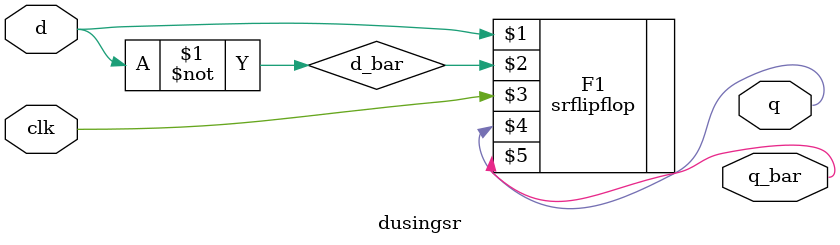
<source format=v>

module dusingsr(d,clk,q,q_bar);
input d,clk;
output q,q_bar;
wire d_bar;
assign d_bar=~d;
srflipflop F1(d,d_bar,clk,q,q_bar);
endmodule
</source>
